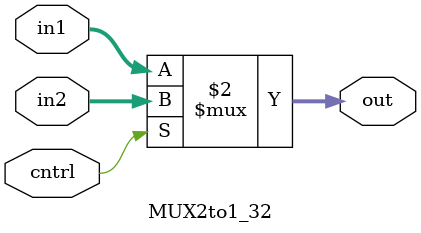
<source format=v>
/*A mux that handles 32 bits inputs to 32 bits output*/

module MUX2to1_32(cntrl,in1,in2,out);
input cntrl;
input [31:0] in1,in2;
output [31:0] out;
assign out = (cntrl == 1) ? in2 : in1;
endmodule

</source>
